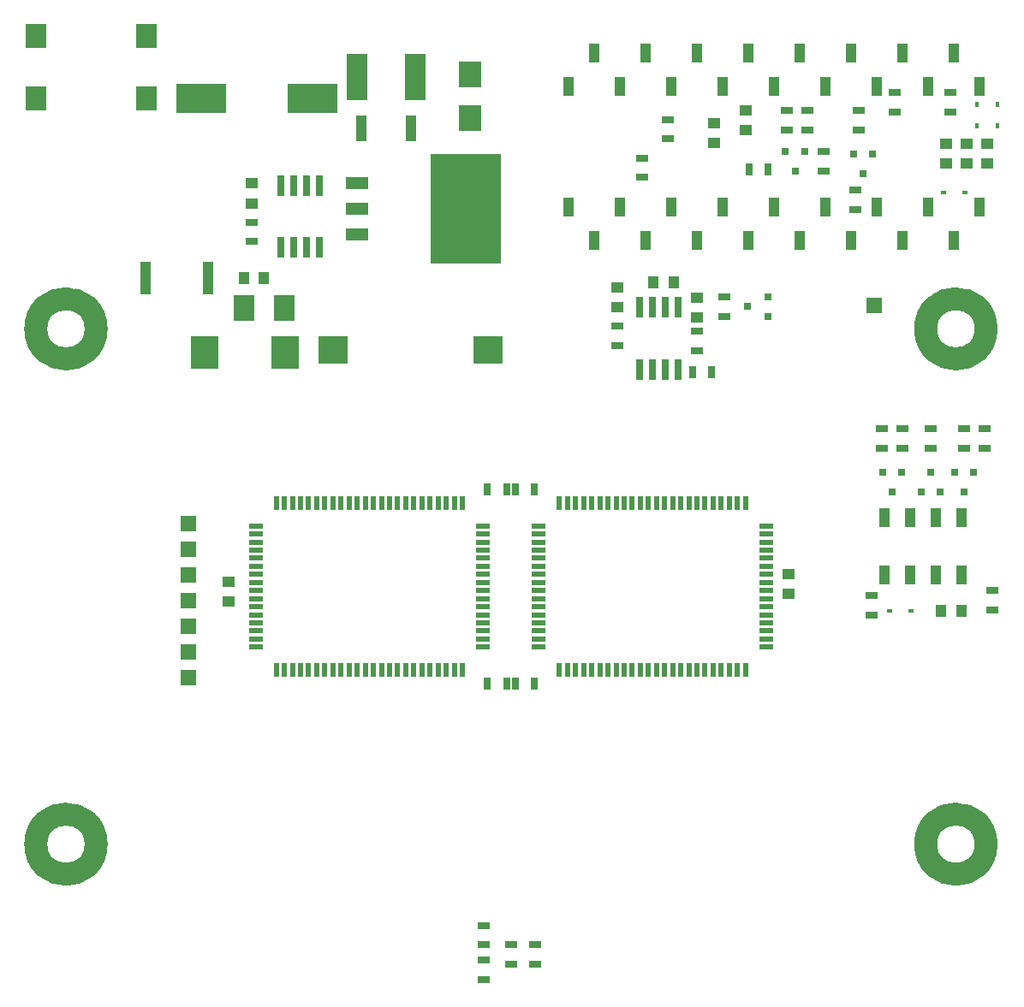
<source format=gbr>
G04 #@! TF.FileFunction,Paste,Bot*
%FSLAX46Y46*%
G04 Gerber Fmt 4.6, Leading zero omitted, Abs format (unit mm)*
G04 Created by KiCad (PCBNEW 4.1.0-alpha+201605191647+6814~44~ubuntu14.04.1-product) date Tue May 24 14:16:21 2016*
%MOMM*%
%LPD*%
G01*
G04 APERTURE LIST*
%ADD10C,0.100000*%
%ADD11C,2.250000*%
%ADD12R,0.660400X2.032000*%
%ADD13R,1.020000X1.900000*%
%ADD14R,1.000000X3.200000*%
%ADD15R,1.000000X2.500000*%
%ADD16R,2.920000X2.790000*%
%ADD17R,2.286000X1.143000*%
%ADD18R,6.997700X10.800080*%
%ADD19R,1.000000X1.250000*%
%ADD20R,1.250000X1.000000*%
%ADD21R,2.000000X2.500000*%
%ADD22R,1.300000X0.700000*%
%ADD23R,5.000000X3.000000*%
%ADD24R,2.700000X3.200000*%
%ADD25R,1.020000X1.850000*%
%ADD26R,2.000000X2.400000*%
%ADD27R,0.450000X0.590000*%
%ADD28R,0.590000X0.450000*%
%ADD29R,0.800100X0.800100*%
%ADD30R,0.700000X1.300000*%
%ADD31R,1.501140X1.501140*%
%ADD32R,2.000000X4.600000*%
%ADD33R,2.300000X2.500000*%
%ADD34R,0.500000X1.480000*%
%ADD35R,1.480000X0.500000*%
G04 APERTURE END LIST*
D10*
D11*
X146982767Y-74000000D02*
G75*
G03X146982767Y-74000000I-2982767J0D01*
G01*
X146982767Y-125000000D02*
G75*
G03X146982767Y-125000000I-2982767J0D01*
G01*
X58982767Y-125000000D02*
G75*
G03X58982767Y-125000000I-2982767J0D01*
G01*
X58982767Y-74000000D02*
G75*
G03X58982767Y-74000000I-2982767J0D01*
G01*
D12*
X116507000Y-78030400D03*
X115237000Y-78030400D03*
X113967000Y-78030400D03*
X112697000Y-78030400D03*
X112697000Y-71883600D03*
X113967000Y-71883600D03*
X115237000Y-71883600D03*
X116507000Y-71883600D03*
D13*
X146320000Y-61970000D03*
X143780000Y-65270000D03*
X141240000Y-61970000D03*
X138700000Y-65270000D03*
X136160000Y-61970000D03*
X133620000Y-65270000D03*
X131080000Y-61970000D03*
X128540000Y-65270000D03*
X126000000Y-61970000D03*
X123460000Y-65270000D03*
X118380000Y-65270000D03*
X113300000Y-65270000D03*
X108220000Y-65270000D03*
X105680000Y-61970000D03*
X115840000Y-61970000D03*
X110760000Y-61970000D03*
X120920000Y-61970000D03*
X136160000Y-50030000D03*
X141240000Y-50030000D03*
X131080000Y-50030000D03*
X146320000Y-50030000D03*
X143780000Y-46730000D03*
X138700000Y-46730000D03*
X133620000Y-46730000D03*
X128540000Y-46730000D03*
X126000000Y-50030000D03*
X123460000Y-46730000D03*
X120920000Y-50030000D03*
X118380000Y-46730000D03*
X115840000Y-50030000D03*
X113300000Y-46730000D03*
X110760000Y-50030000D03*
X108220000Y-46730000D03*
X105680000Y-50030000D03*
D14*
X70074000Y-68994000D03*
X63874000Y-68994000D03*
D15*
X90125000Y-54135000D03*
X85225000Y-54135000D03*
D16*
X82409000Y-76092000D03*
X97779000Y-76092000D03*
D17*
X84760000Y-62122000D03*
D18*
X95555000Y-62122000D03*
D17*
X84760000Y-59582000D03*
X84760000Y-64662000D03*
D19*
X75594000Y-68994000D03*
X73594000Y-68994000D03*
D20*
X74340000Y-59612000D03*
X74340000Y-61612000D03*
D21*
X77610000Y-71915000D03*
X73610000Y-71915000D03*
D22*
X74340000Y-63472000D03*
X74340000Y-65372000D03*
D23*
X80354000Y-51200000D03*
X69354000Y-51200000D03*
D24*
X77655000Y-76360000D03*
X69755000Y-76360000D03*
D20*
X120104000Y-53618000D03*
X120104000Y-55618000D03*
X145082000Y-57669000D03*
X145082000Y-55669000D03*
X123238000Y-54367000D03*
X123238000Y-52367000D03*
X143050000Y-55669000D03*
X143050000Y-57669000D03*
D25*
X144574000Y-92706000D03*
X142034000Y-92706000D03*
X139494000Y-92706000D03*
X136954000Y-92706000D03*
X144574000Y-98356000D03*
X142034000Y-98356000D03*
X139494000Y-98356000D03*
X136954000Y-98356000D03*
D26*
X53000000Y-45000000D03*
X64000000Y-45000000D03*
X53000000Y-51200000D03*
X64000000Y-51200000D03*
D22*
X112954000Y-59024000D03*
X112954000Y-57124000D03*
X143472000Y-52520000D03*
X143472000Y-50620000D03*
D20*
X147114000Y-57669000D03*
X147114000Y-55669000D03*
D27*
X148130000Y-51804000D03*
X148130000Y-53914000D03*
D28*
X144867000Y-60479000D03*
X142757000Y-60479000D03*
D29*
X133886000Y-56665240D03*
X135786000Y-56665240D03*
X134836000Y-58664220D03*
X127155000Y-56411240D03*
X129055000Y-56411240D03*
X128105000Y-58410220D03*
D22*
X121082000Y-72764000D03*
X121082000Y-70864000D03*
X115494000Y-53314000D03*
X115494000Y-55214000D03*
D30*
X123558000Y-58193000D03*
X125458000Y-58193000D03*
D22*
X134074000Y-62172000D03*
X134074000Y-60272000D03*
X130899000Y-58362000D03*
X130899000Y-56462000D03*
X127302000Y-52417000D03*
X127302000Y-54317000D03*
X137970000Y-50639000D03*
X137970000Y-52539000D03*
X134414000Y-52417000D03*
X134414000Y-54317000D03*
D27*
X146098000Y-51804000D03*
X146098000Y-53914000D03*
D29*
X125384760Y-70864000D03*
X125384760Y-72764000D03*
X123385780Y-71814000D03*
D22*
X129334000Y-52417000D03*
X129334000Y-54317000D03*
D31*
X68120000Y-103405000D03*
D20*
X127432000Y-98246000D03*
X127432000Y-100246000D03*
X72060000Y-101008000D03*
X72060000Y-99008000D03*
D32*
X90575000Y-49055000D03*
X84775000Y-49055000D03*
D33*
X95930000Y-48810000D03*
X95930000Y-53110000D03*
D12*
X77267000Y-59810600D03*
X78537000Y-59810600D03*
X79807000Y-59810600D03*
X81077000Y-59810600D03*
X81077000Y-65957400D03*
X79807000Y-65957400D03*
X78537000Y-65957400D03*
X77267000Y-65957400D03*
D22*
X102410000Y-136867000D03*
X102410000Y-134967000D03*
X99997000Y-134967000D03*
X99997000Y-136867000D03*
X97330000Y-136491000D03*
X97330000Y-138391000D03*
X97330000Y-133062000D03*
X97330000Y-134962000D03*
D34*
X95200000Y-107740000D03*
X94400000Y-107740000D03*
X93600000Y-107740000D03*
X92800000Y-107740000D03*
X92000000Y-107740000D03*
X91200000Y-107740000D03*
X90400000Y-107740000D03*
X89600000Y-107740000D03*
X88800000Y-107740000D03*
X88000000Y-107740000D03*
X87200000Y-107740000D03*
X86400000Y-107740000D03*
X85600000Y-107740000D03*
X84800000Y-107740000D03*
X84000000Y-107740000D03*
X83200000Y-107740000D03*
X82400000Y-107740000D03*
X81600000Y-107740000D03*
X80800000Y-107740000D03*
X80000000Y-107740000D03*
X79200000Y-107740000D03*
X78400000Y-107740000D03*
X77600000Y-107740000D03*
X76800000Y-107740000D03*
D35*
X74760000Y-105500000D03*
X74760000Y-104700000D03*
X74760000Y-103900000D03*
X74760000Y-103100000D03*
X74760000Y-102300000D03*
X74760000Y-101500000D03*
X74760000Y-100700000D03*
X74760000Y-99900000D03*
X74760000Y-99100000D03*
X74760000Y-98300000D03*
X74760000Y-97500000D03*
X74760000Y-96700000D03*
X74760000Y-95900000D03*
X74760000Y-95100000D03*
X74760000Y-94300000D03*
X74760000Y-93500000D03*
D34*
X76800000Y-91260000D03*
X77600000Y-91260000D03*
X78400000Y-91260000D03*
X79200000Y-91260000D03*
X80000000Y-91260000D03*
X80800000Y-91260000D03*
X81600000Y-91260000D03*
X82400000Y-91260000D03*
X83200000Y-91260000D03*
X84000000Y-91260000D03*
X84800000Y-91260000D03*
X85600000Y-91260000D03*
X86400000Y-91260000D03*
X87200000Y-91260000D03*
X88000000Y-91260000D03*
X88800000Y-91260000D03*
X89600000Y-91260000D03*
X90400000Y-91260000D03*
X91200000Y-91260000D03*
X92000000Y-91260000D03*
X92800000Y-91260000D03*
X93600000Y-91260000D03*
X94400000Y-91260000D03*
X95200000Y-91260000D03*
D35*
X97240000Y-93500000D03*
X97240000Y-94300000D03*
X97240000Y-95100000D03*
X97240000Y-95900000D03*
X97240000Y-96700000D03*
X97240000Y-97500000D03*
X97240000Y-98300000D03*
X97240000Y-99100000D03*
X97240000Y-99900000D03*
X97240000Y-100700000D03*
X97240000Y-101500000D03*
X97240000Y-102300000D03*
X97240000Y-103100000D03*
X97240000Y-103900000D03*
X97240000Y-104700000D03*
X97240000Y-105500000D03*
D34*
X104800000Y-91260000D03*
X105600000Y-91260000D03*
X106400000Y-91260000D03*
X107200000Y-91260000D03*
X108000000Y-91260000D03*
X108800000Y-91260000D03*
X109600000Y-91260000D03*
X110400000Y-91260000D03*
X111200000Y-91260000D03*
X112000000Y-91260000D03*
X112800000Y-91260000D03*
X113600000Y-91260000D03*
X114400000Y-91260000D03*
X115200000Y-91260000D03*
X116000000Y-91260000D03*
X116800000Y-91260000D03*
X117600000Y-91260000D03*
X118400000Y-91260000D03*
X119200000Y-91260000D03*
X120000000Y-91260000D03*
X120800000Y-91260000D03*
X121600000Y-91260000D03*
X122400000Y-91260000D03*
X123200000Y-91260000D03*
D35*
X125240000Y-93500000D03*
X125240000Y-94300000D03*
X125240000Y-95100000D03*
X125240000Y-95900000D03*
X125240000Y-96700000D03*
X125240000Y-97500000D03*
X125240000Y-98300000D03*
X125240000Y-99100000D03*
X125240000Y-99900000D03*
X125240000Y-100700000D03*
X125240000Y-101500000D03*
X125240000Y-102300000D03*
X125240000Y-103100000D03*
X125240000Y-103900000D03*
X125240000Y-104700000D03*
X125240000Y-105500000D03*
D34*
X123200000Y-107740000D03*
X122400000Y-107740000D03*
X121600000Y-107740000D03*
X120800000Y-107740000D03*
X120000000Y-107740000D03*
X119200000Y-107740000D03*
X118400000Y-107740000D03*
X117600000Y-107740000D03*
X116800000Y-107740000D03*
X116000000Y-107740000D03*
X115200000Y-107740000D03*
X114400000Y-107740000D03*
X113600000Y-107740000D03*
X112800000Y-107740000D03*
X112000000Y-107740000D03*
X111200000Y-107740000D03*
X110400000Y-107740000D03*
X109600000Y-107740000D03*
X108800000Y-107740000D03*
X108000000Y-107740000D03*
X107200000Y-107740000D03*
X106400000Y-107740000D03*
X105600000Y-107740000D03*
X104800000Y-107740000D03*
D35*
X102760000Y-105500000D03*
X102760000Y-104700000D03*
X102760000Y-103900000D03*
X102760000Y-103100000D03*
X102760000Y-102300000D03*
X102760000Y-101500000D03*
X102760000Y-100700000D03*
X102760000Y-99900000D03*
X102760000Y-99100000D03*
X102760000Y-98300000D03*
X102760000Y-97500000D03*
X102760000Y-96700000D03*
X102760000Y-95900000D03*
X102760000Y-95100000D03*
X102760000Y-94300000D03*
X102760000Y-93500000D03*
D19*
X142558000Y-101881000D03*
X144558000Y-101881000D03*
D28*
X139533000Y-101881000D03*
X137423000Y-101881000D03*
D29*
X142476000Y-90181760D03*
X140576000Y-90181760D03*
X141526000Y-88182780D03*
X143878000Y-88180240D03*
X145778000Y-88180240D03*
X144828000Y-90179220D03*
X136766000Y-88180240D03*
X138666000Y-88180240D03*
X137716000Y-90179220D03*
D31*
X68120000Y-108485000D03*
X68120000Y-95785000D03*
X68120000Y-93245000D03*
X68120000Y-105945000D03*
X68120000Y-98325000D03*
X68120000Y-100865000D03*
X135938000Y-71655000D03*
D22*
X141526000Y-85813000D03*
X141526000Y-83913000D03*
X135684000Y-100423000D03*
X135684000Y-102323000D03*
X144828000Y-83913000D03*
X144828000Y-85813000D03*
X147622000Y-99915000D03*
X147622000Y-101815000D03*
X136700000Y-83913000D03*
X136700000Y-85813000D03*
X138732000Y-85813000D03*
X138732000Y-83913000D03*
X146860000Y-85813000D03*
X146860000Y-83913000D03*
D20*
X118412000Y-70909000D03*
X118412000Y-72909000D03*
D19*
X114110000Y-69369000D03*
X116110000Y-69369000D03*
D20*
X110538000Y-71893000D03*
X110538000Y-69893000D03*
D30*
X119870000Y-78259000D03*
X117970000Y-78259000D03*
D22*
X118412000Y-76161000D03*
X118412000Y-74261000D03*
X110538000Y-75653000D03*
X110538000Y-73753000D03*
D30*
X100420000Y-109104000D03*
X102320000Y-109104000D03*
X97670000Y-89854000D03*
X99570000Y-89854000D03*
X100420000Y-89854000D03*
X102320000Y-89854000D03*
X99570000Y-109104000D03*
X97670000Y-109104000D03*
M02*

</source>
